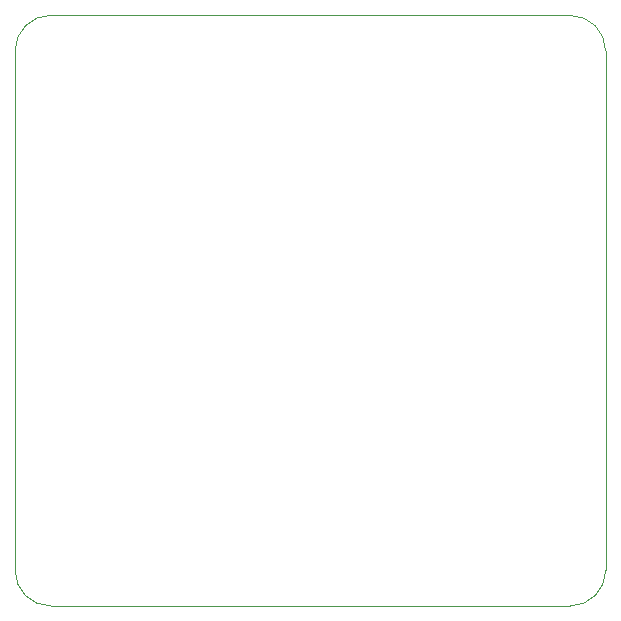
<source format=gbr>
G04 #@! TF.GenerationSoftware,KiCad,Pcbnew,(5.1.10-1-10_14)*
G04 #@! TF.CreationDate,2021-09-03T00:17:14+08:00*
G04 #@! TF.ProjectId,stm32f401_devboard,73746d33-3266-4343-9031-5f646576626f,rev?*
G04 #@! TF.SameCoordinates,Original*
G04 #@! TF.FileFunction,Profile,NP*
%FSLAX46Y46*%
G04 Gerber Fmt 4.6, Leading zero omitted, Abs format (unit mm)*
G04 Created by KiCad (PCBNEW (5.1.10-1-10_14)) date 2021-09-03 00:17:14*
%MOMM*%
%LPD*%
G01*
G04 APERTURE LIST*
G04 #@! TA.AperFunction,Profile*
%ADD10C,0.050000*%
G04 #@! TD*
G04 APERTURE END LIST*
D10*
X103000000Y-120000000D02*
G75*
G02*
X100000000Y-117000000I0J3000000D01*
G01*
X100000000Y-73000000D02*
G75*
G02*
X103000000Y-70000000I3000000J0D01*
G01*
X147000000Y-70000000D02*
G75*
G02*
X150000000Y-73000000I0J-3000000D01*
G01*
X150000000Y-117000000D02*
G75*
G02*
X147000000Y-120000000I-3000000J0D01*
G01*
X100000000Y-117000000D02*
X100000000Y-73000000D01*
X147000000Y-120000000D02*
X103000000Y-120000000D01*
X150000000Y-73000000D02*
X150000000Y-117000000D01*
X103000000Y-70000000D02*
X147000000Y-70000000D01*
M02*

</source>
